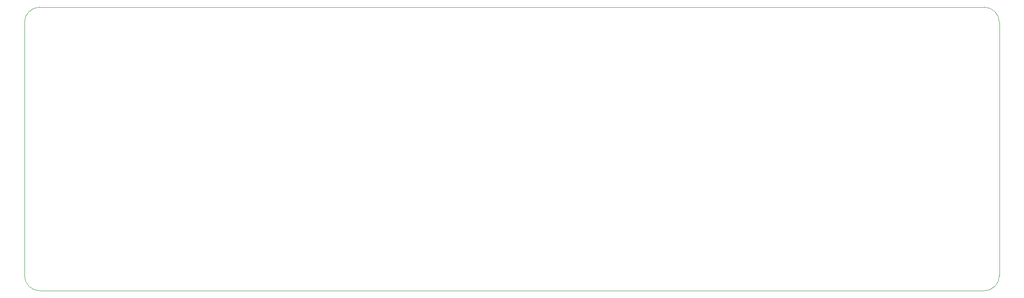
<source format=gbr>
%TF.GenerationSoftware,KiCad,Pcbnew,9.0.0*%
%TF.CreationDate,2025-06-08T21:09:37+02:00*%
%TF.ProjectId,LDC_BNC_interface,4c44435f-424e-4435-9f69-6e7465726661,rev?*%
%TF.SameCoordinates,Original*%
%TF.FileFunction,Profile,NP*%
%FSLAX46Y46*%
G04 Gerber Fmt 4.6, Leading zero omitted, Abs format (unit mm)*
G04 Created by KiCad (PCBNEW 9.0.0) date 2025-06-08 21:09:37*
%MOMM*%
%LPD*%
G01*
G04 APERTURE LIST*
%TA.AperFunction,Profile*%
%ADD10C,0.050000*%
%TD*%
G04 APERTURE END LIST*
D10*
X237000000Y-43000000D02*
X51000000Y-43000000D01*
X51000000Y-99000000D02*
X237000000Y-99000000D01*
X48000000Y-46000000D02*
X48000000Y-96000000D01*
X51000000Y-99000000D02*
G75*
G02*
X48000000Y-96000000I0J3000000D01*
G01*
X240000000Y-96000000D02*
X240000000Y-46000000D01*
X48000000Y-46000000D02*
G75*
G02*
X51000000Y-43000000I3000000J0D01*
G01*
X237000000Y-43000000D02*
G75*
G02*
X240000000Y-46000000I0J-3000000D01*
G01*
X240000000Y-96000000D02*
G75*
G02*
X237000000Y-99000000I-3000000J0D01*
G01*
M02*

</source>
